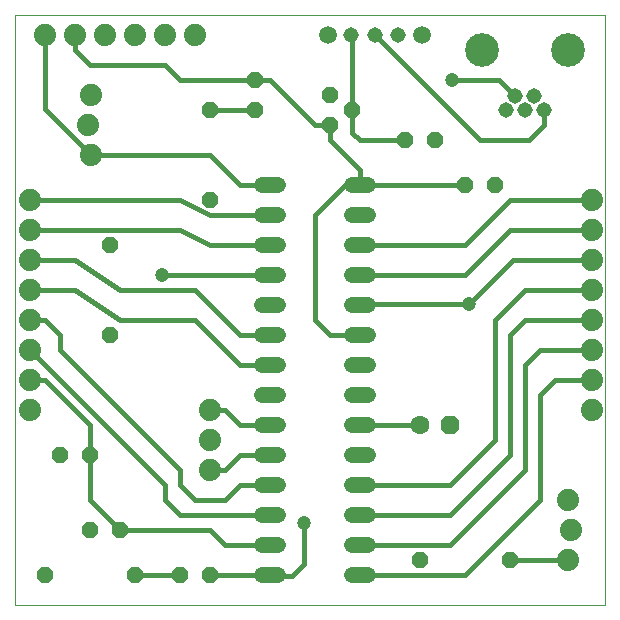
<source format=gtl>
G75*
%MOIN*%
%OFA0B0*%
%FSLAX25Y25*%
%IPPOS*%
%LPD*%
%AMOC8*
5,1,8,0,0,1.08239X$1,22.5*
%
%ADD10C,0.00000*%
%ADD11C,0.07400*%
%ADD12C,0.06300*%
%ADD13OC8,0.06300*%
%ADD14C,0.05150*%
%ADD15C,0.11220*%
%ADD16OC8,0.05200*%
%ADD17C,0.05200*%
%ADD18C,0.05937*%
%ADD19C,0.01600*%
%ADD20C,0.04724*%
D10*
X0001800Y0001800D02*
X0001800Y0198650D01*
X0198650Y0198650D01*
X0198650Y0001800D01*
X0001800Y0001800D01*
D11*
X0006800Y0066800D03*
X0006800Y0076800D03*
X0006800Y0086800D03*
X0006800Y0096800D03*
X0006800Y0106800D03*
X0006800Y0116800D03*
X0006800Y0126800D03*
X0006800Y0136800D03*
X0027300Y0151800D03*
X0026300Y0161800D03*
X0027300Y0171800D03*
X0031800Y0191800D03*
X0021800Y0191800D03*
X0011800Y0191800D03*
X0041800Y0191800D03*
X0051800Y0191800D03*
X0061800Y0191800D03*
X0066800Y0066800D03*
X0066800Y0056800D03*
X0066800Y0046800D03*
X0186300Y0036800D03*
X0187300Y0026800D03*
X0186300Y0016800D03*
X0194300Y0066800D03*
X0194300Y0076800D03*
X0194300Y0086800D03*
X0194300Y0096800D03*
X0194300Y0106800D03*
X0194300Y0116800D03*
X0194300Y0126800D03*
X0194300Y0136800D03*
D12*
X0136800Y0061800D03*
D13*
X0146800Y0061800D03*
D14*
X0165501Y0166721D03*
X0168650Y0171446D03*
X0171800Y0166721D03*
X0174950Y0171446D03*
X0178099Y0166721D03*
X0129674Y0191800D03*
X0121800Y0191800D03*
X0113926Y0191800D03*
D15*
X0157430Y0186800D03*
X0186170Y0186800D03*
D16*
X0161800Y0141800D03*
X0151800Y0141800D03*
X0141800Y0156800D03*
X0131800Y0156800D03*
X0114300Y0166800D03*
X0106800Y0161800D03*
X0106800Y0171800D03*
X0081800Y0166800D03*
X0081800Y0176800D03*
X0066800Y0166800D03*
X0066800Y0136800D03*
X0033674Y0121800D03*
X0033674Y0091800D03*
X0026800Y0051800D03*
X0016800Y0051800D03*
X0026800Y0026800D03*
X0036800Y0026800D03*
X0041800Y0011800D03*
X0056800Y0011800D03*
X0066800Y0011800D03*
X0011800Y0011800D03*
X0136800Y0016800D03*
X0166800Y0016800D03*
D17*
X0119400Y0011800D02*
X0114200Y0011800D01*
X0114200Y0021800D02*
X0119400Y0021800D01*
X0119400Y0031800D02*
X0114200Y0031800D01*
X0114200Y0041800D02*
X0119400Y0041800D01*
X0119400Y0051800D02*
X0114200Y0051800D01*
X0114200Y0061800D02*
X0119400Y0061800D01*
X0119400Y0071800D02*
X0114200Y0071800D01*
X0114200Y0081800D02*
X0119400Y0081800D01*
X0119400Y0091800D02*
X0114200Y0091800D01*
X0114200Y0101800D02*
X0119400Y0101800D01*
X0119400Y0111800D02*
X0114200Y0111800D01*
X0114200Y0121800D02*
X0119400Y0121800D01*
X0119400Y0131800D02*
X0114200Y0131800D01*
X0114200Y0141800D02*
X0119400Y0141800D01*
X0089400Y0141800D02*
X0084200Y0141800D01*
X0084200Y0131800D02*
X0089400Y0131800D01*
X0089400Y0121800D02*
X0084200Y0121800D01*
X0084200Y0111800D02*
X0089400Y0111800D01*
X0089400Y0101800D02*
X0084200Y0101800D01*
X0084200Y0091800D02*
X0089400Y0091800D01*
X0089400Y0081800D02*
X0084200Y0081800D01*
X0084200Y0071800D02*
X0089400Y0071800D01*
X0089400Y0061800D02*
X0084200Y0061800D01*
X0084200Y0051800D02*
X0089400Y0051800D01*
X0089400Y0041800D02*
X0084200Y0041800D01*
X0084200Y0031800D02*
X0089400Y0031800D01*
X0089400Y0021800D02*
X0084200Y0021800D01*
X0084200Y0011800D02*
X0089400Y0011800D01*
D18*
X0106052Y0191800D03*
X0137548Y0191800D03*
D19*
X0147469Y0176997D02*
X0163217Y0176997D01*
X0168650Y0171564D01*
X0168650Y0171446D01*
X0178099Y0166721D02*
X0178099Y0161800D01*
X0173099Y0156800D01*
X0156800Y0156800D01*
X0121800Y0191800D01*
X0114300Y0191426D02*
X0113926Y0191800D01*
X0114300Y0191426D02*
X0114300Y0166800D01*
X0114300Y0159300D01*
X0116800Y0156800D01*
X0131800Y0156800D01*
X0116800Y0146800D02*
X0116800Y0141800D01*
X0111800Y0141800D01*
X0101800Y0131800D01*
X0101800Y0096800D01*
X0106800Y0091800D01*
X0116800Y0091800D01*
X0116800Y0101800D02*
X0117194Y0102194D01*
X0153375Y0102194D01*
X0167981Y0116800D01*
X0194300Y0116800D01*
X0194300Y0106800D02*
X0171800Y0106800D01*
X0161800Y0096800D01*
X0161800Y0056800D01*
X0146800Y0041800D01*
X0116800Y0041800D01*
X0116800Y0031800D02*
X0146800Y0031800D01*
X0166800Y0051800D01*
X0166800Y0091800D01*
X0171800Y0096800D01*
X0194300Y0096800D01*
X0194300Y0086800D02*
X0176800Y0086800D01*
X0171800Y0081800D01*
X0171800Y0046800D01*
X0146800Y0021800D01*
X0116800Y0021800D01*
X0116800Y0011800D02*
X0151800Y0011800D01*
X0176800Y0036800D01*
X0176800Y0071800D01*
X0181800Y0076800D01*
X0194300Y0076800D01*
X0151800Y0111800D02*
X0116800Y0111800D01*
X0116800Y0121800D02*
X0151800Y0121800D01*
X0166800Y0136800D01*
X0194300Y0136800D01*
X0194300Y0126800D02*
X0166800Y0126800D01*
X0151800Y0111800D01*
X0151800Y0141800D02*
X0116800Y0141800D01*
X0116800Y0146800D02*
X0106800Y0156800D01*
X0106800Y0161800D01*
X0101800Y0161800D01*
X0086800Y0176800D01*
X0081800Y0176800D01*
X0056800Y0176800D01*
X0051800Y0181800D01*
X0026800Y0181800D01*
X0021800Y0186800D01*
X0021800Y0191800D01*
X0011800Y0191800D02*
X0011800Y0167300D01*
X0027300Y0151800D01*
X0066800Y0151800D01*
X0076800Y0141800D01*
X0086800Y0141800D01*
X0086800Y0131800D02*
X0066800Y0131800D01*
X0056800Y0136800D01*
X0006800Y0136800D01*
X0006800Y0126800D02*
X0056800Y0126800D01*
X0066800Y0121800D01*
X0086800Y0121800D01*
X0086564Y0112036D02*
X0086800Y0111800D01*
X0086564Y0112036D02*
X0051013Y0112036D01*
X0061800Y0106800D02*
X0076800Y0091800D01*
X0086800Y0091800D01*
X0086800Y0081800D02*
X0076800Y0081800D01*
X0061800Y0096800D01*
X0036800Y0096800D01*
X0021800Y0106800D01*
X0006800Y0106800D01*
X0006800Y0096800D02*
X0011800Y0096800D01*
X0016800Y0091800D01*
X0016800Y0086800D01*
X0056800Y0046800D01*
X0056800Y0041800D01*
X0061800Y0036800D01*
X0071800Y0036800D01*
X0076800Y0041800D01*
X0086800Y0041800D01*
X0086800Y0051800D02*
X0076800Y0051800D01*
X0071800Y0046800D01*
X0066800Y0046800D01*
X0051800Y0041800D02*
X0051800Y0036800D01*
X0056800Y0031800D01*
X0086800Y0031800D01*
X0086800Y0021800D02*
X0071800Y0021800D01*
X0066800Y0026800D01*
X0036800Y0026800D01*
X0026800Y0036800D01*
X0026800Y0051800D01*
X0026800Y0061800D01*
X0011800Y0076800D01*
X0006800Y0076800D01*
X0006800Y0086800D02*
X0051800Y0041800D01*
X0066800Y0066800D02*
X0071800Y0066800D01*
X0076800Y0061800D01*
X0086800Y0061800D01*
X0116800Y0061800D02*
X0136800Y0061800D01*
X0098257Y0029359D02*
X0098257Y0015580D01*
X0094320Y0011643D01*
X0086957Y0011643D01*
X0086800Y0011800D01*
X0066800Y0011800D01*
X0056800Y0011800D02*
X0041800Y0011800D01*
X0036800Y0106800D02*
X0061800Y0106800D01*
X0036800Y0106800D02*
X0021800Y0116800D01*
X0006800Y0116800D01*
X0066800Y0166800D02*
X0081800Y0166800D01*
X0166800Y0016800D02*
X0186300Y0016800D01*
D20*
X0153375Y0102194D03*
X0098257Y0029359D03*
X0051013Y0112036D03*
X0147469Y0176997D03*
M02*

</source>
